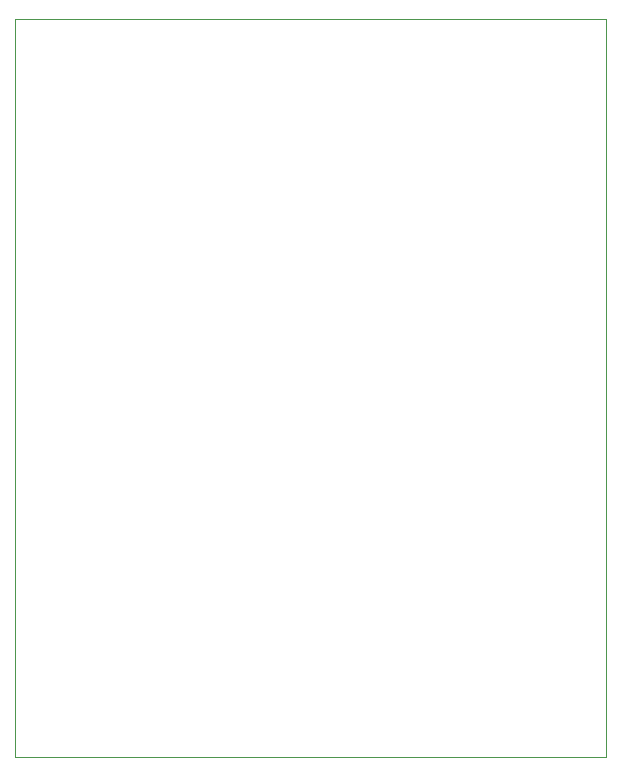
<source format=gbr>
G04 #@! TF.FileFunction,Profile,NP*
%FSLAX46Y46*%
G04 Gerber Fmt 4.6, Leading zero omitted, Abs format (unit mm)*
G04 Created by KiCad (PCBNEW 4.0.4-stable) date 09/13/19 14:49:35*
%MOMM*%
%LPD*%
G01*
G04 APERTURE LIST*
%ADD10C,0.150000*%
%ADD11C,0.100000*%
G04 APERTURE END LIST*
D10*
D11*
X152400000Y-130000000D02*
X152400000Y-67500000D01*
X102400000Y-130000000D02*
X152400000Y-130000000D01*
X102400000Y-67500000D02*
X102400000Y-130000000D01*
X152400000Y-67500000D02*
X102400000Y-67500000D01*
M02*

</source>
